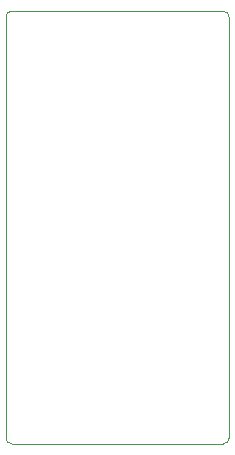
<source format=gbr>
%TF.GenerationSoftware,KiCad,Pcbnew,8.0.5*%
%TF.CreationDate,2025-07-05T10:51:28+01:00*%
%TF.ProjectId,sdrr 28 rev a,73647272-2032-4382-9072-657620612e6b,rev?*%
%TF.SameCoordinates,Original*%
%TF.FileFunction,Profile,NP*%
%FSLAX46Y46*%
G04 Gerber Fmt 4.6, Leading zero omitted, Abs format (unit mm)*
G04 Created by KiCad (PCBNEW 8.0.5) date 2025-07-05 10:51:28*
%MOMM*%
%LPD*%
G01*
G04 APERTURE LIST*
%TA.AperFunction,Profile*%
%ADD10C,0.050000*%
%TD*%
G04 APERTURE END LIST*
D10*
X118668800Y-25374600D02*
X118668800Y-61007190D01*
X118161010Y-24866600D02*
G75*
G02*
X118669000Y-25374600I-10J-508000D01*
G01*
X100279200Y-24866600D02*
X118161010Y-24866600D01*
X99771200Y-25374600D02*
G75*
G02*
X100279200Y-24866600I508000J0D01*
G01*
X118668800Y-61007190D02*
G75*
G02*
X118160800Y-61515200I-508000J-10D01*
G01*
X99771200Y-61007190D02*
X99771200Y-25374600D01*
X100279200Y-61515190D02*
G75*
G02*
X99771210Y-61007190I0J507990D01*
G01*
X118160800Y-61515190D02*
X100279200Y-61515190D01*
M02*

</source>
